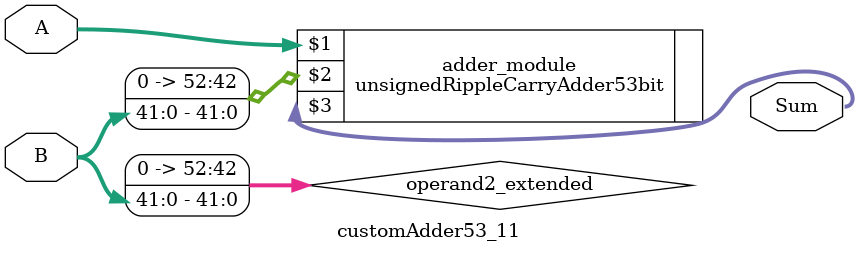
<source format=v>
module customAdder53_11(
                        input [52 : 0] A,
                        input [41 : 0] B,
                        
                        output [53 : 0] Sum
                );

        wire [52 : 0] operand2_extended;
        
        assign operand2_extended =  {11'b0, B};
        
        unsignedRippleCarryAdder53bit adder_module(
            A,
            operand2_extended,
            Sum
        );
        
        endmodule
        
</source>
